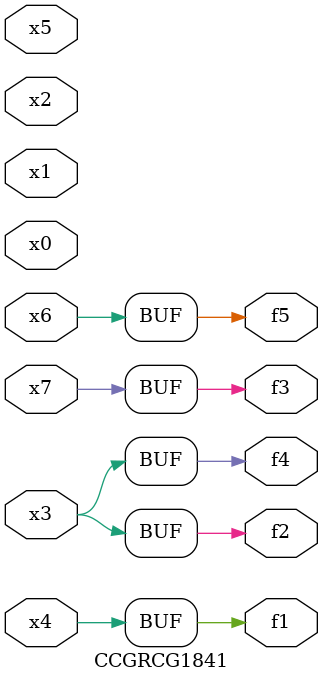
<source format=v>
module CCGRCG1841(
	input x0, x1, x2, x3, x4, x5, x6, x7,
	output f1, f2, f3, f4, f5
);
	assign f1 = x4;
	assign f2 = x3;
	assign f3 = x7;
	assign f4 = x3;
	assign f5 = x6;
endmodule

</source>
